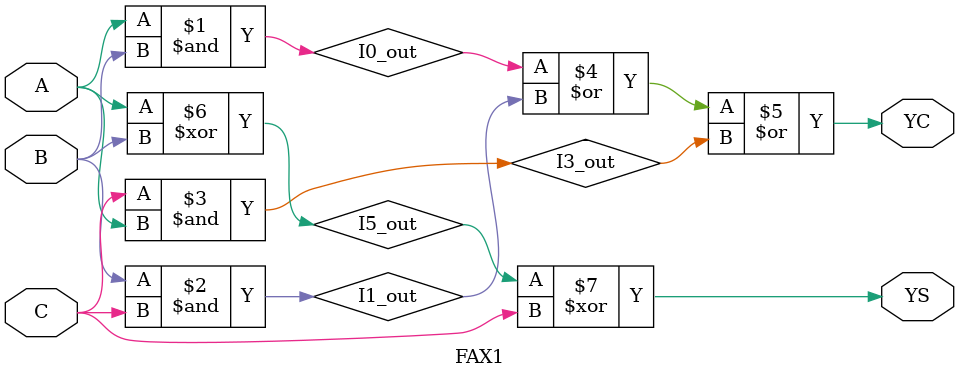
<source format=v>
`timescale 1ns/10ps

`celldefine

module FAX1 (A, B, C, YC, YS);
input  A ;
input  B ;
input  C ;
output YC ;
output YS ;

   and (I0_out, A, B);
   and (I1_out, B, C);
   and (I3_out, C, A);
   or  (YC, I0_out, I1_out, I3_out);
   xor (I5_out, A, B);
   xor (YS, I5_out, C);

   specify
     // delay parameters
     specparam
       tpllh$A$YS = 0.25:0.26:0.27,
       tplhl$A$YS = 0.23:0.23:0.23,
       tpllh$A$YC = 0.14:0.14:0.14,
       tphhl$A$YC = 0.17:0.17:0.17,
       tpllh$B$YS = 0.26:0.27:0.27,
       tplhl$B$YS = 0.24:0.24:0.24,
       tpllh$B$YC = 0.13:0.15:0.16,
       tphhl$B$YC = 0.17:0.18:0.18,
       tpllh$C$YS = 0.25:0.25:0.26,
       tplhl$C$YS = 0.24:0.24:0.24,
       tpllh$C$YC = 0.14:0.14:0.14,
       tphhl$C$YC = 0.16:0.16:0.17;

     // path delays
     (A *> YC) = (tpllh$A$YC, tphhl$A$YC);
     (A *> YS) = (tpllh$A$YS, tplhl$A$YS);
     (B *> YC) = (tpllh$B$YC, tphhl$B$YC);
     (B *> YS) = (tpllh$B$YS, tplhl$B$YS);
     (C *> YC) = (tpllh$C$YC, tphhl$C$YC);
     (C *> YS) = (tpllh$C$YS, tplhl$C$YS);

   endspecify

endmodule

`endcelldefine

</source>
